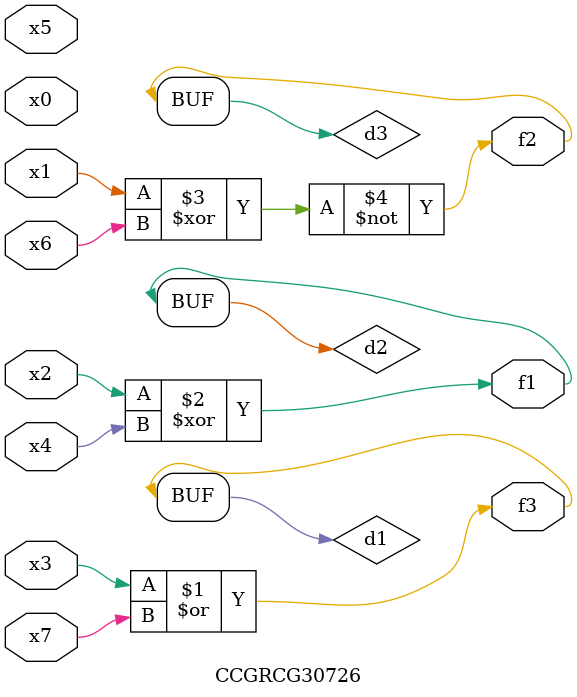
<source format=v>
module CCGRCG30726(
	input x0, x1, x2, x3, x4, x5, x6, x7,
	output f1, f2, f3
);

	wire d1, d2, d3;

	or (d1, x3, x7);
	xor (d2, x2, x4);
	xnor (d3, x1, x6);
	assign f1 = d2;
	assign f2 = d3;
	assign f3 = d1;
endmodule

</source>
